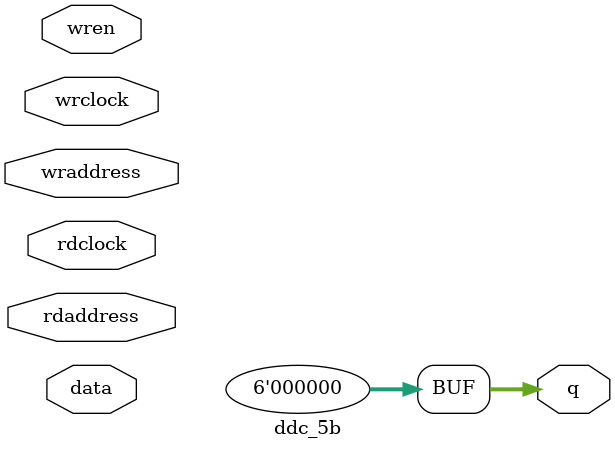
<source format=v>
module ddc_5b(	// file.cleaned.mlir:2:3
  input  [5:0] data,	// file.cleaned.mlir:2:24
  input  [3:0] rdaddress,	// file.cleaned.mlir:2:39
  input        rdclock,	// file.cleaned.mlir:2:59
  input  [3:0] wraddress,	// file.cleaned.mlir:2:77
  input        wrclock,	// file.cleaned.mlir:2:97
               wren,	// file.cleaned.mlir:2:115
  output [5:0] q	// file.cleaned.mlir:2:131
);

  assign q = 6'h0;	// file.cleaned.mlir:3:14, :4:5
endmodule


</source>
